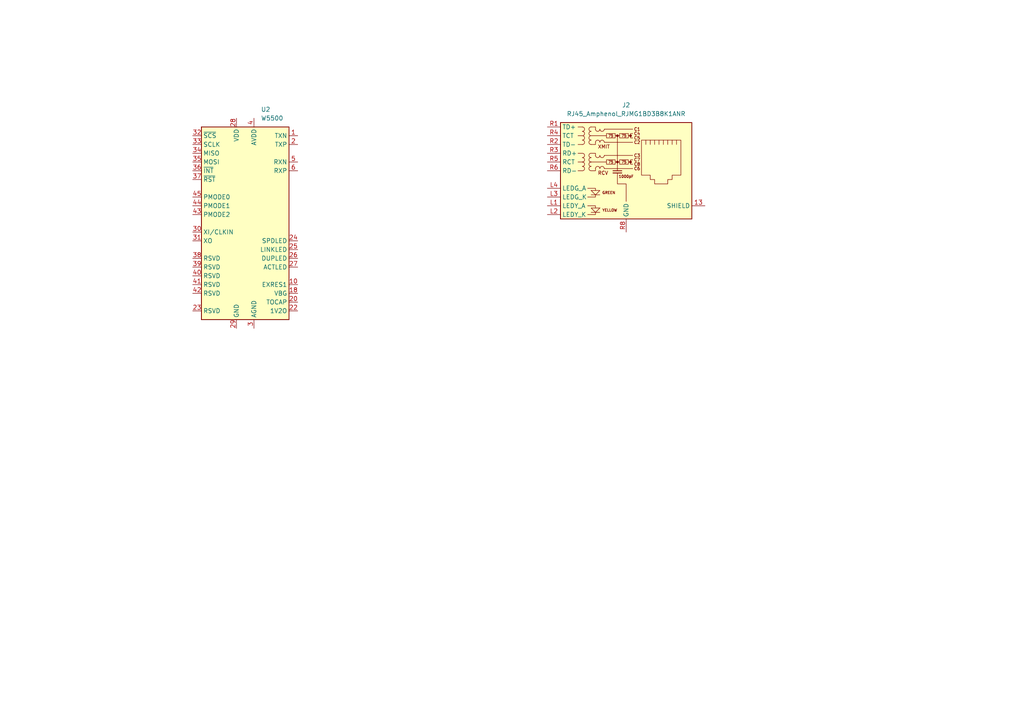
<source format=kicad_sch>
(kicad_sch (version 20211123) (generator eeschema)
  (paper "A4")
  (title_block (title "Wiznet 5500 LAN") (date "2023-03-17") (rev "01") (company "Ncip"))
  (lib_symbols
    (symbol "Connector:RJ45_Amphenol_RJMG1BD3B8K1ANR"
      (property "Reference" "J" (at 19.05 15.24 0))
      (property "Value" "RJ45_Amphenol_RJMG1BD3B8K1ANR" (at -19.05 15.24 0))
      (symbol "RJ45_Amphenol_RJMG1BD3B8K1ANR_0_0"
        (circle (center -2.54 2.54) (radius 0.254) (stroke (width 0.254)) (fill (type outline)))
        (circle (center -2.54 10.16) (radius 0.254) (stroke (width 0.254)) (fill (type outline)))
        (polyline (pts (xy -7.62 -12.065) (xy -10.16 -12.065)))
        (polyline (pts (xy -7.62 -6.985) (xy -10.16 -6.985)))
        (polyline (pts (xy -2.54 10.16) (xy -2.54 0)))
        (polyline (pts (xy -1.27 -0.635) (xy -3.81 -0.635)) (stroke (width 0.254)))
        (polyline (pts (xy -1.27 0) (xy -3.81 0)) (stroke (width 0.254)))
        (polyline (pts (xy 1.27 2.54) (xy 0.635 2.54)))
        (polyline (pts (xy 1.27 10.16) (xy 0.635 10.16)))
        (polyline (pts (xy -11.176 -12.7) (xy -8.89 -12.7) (xy -8.89 -12.065)))
        (polyline (pts (xy -11.176 -10.16) (xy -8.89 -10.16) (xy -8.89 -10.795)))
        (polyline (pts (xy -11.176 -5.08) (xy -8.89 -5.08) (xy -8.89 -5.715)))
        (polyline (pts (xy -8.89 -6.985) (xy -8.89 -7.62) (xy -11.176 -7.62)))
        (polyline (pts (xy -10.16 -5.715) (xy -7.62 -5.715) (xy -8.89 -6.985) (xy -10.16 -5.715)))
        (polyline (pts (xy -7.62 -10.795) (xy -10.16 -10.795) (xy -8.89 -12.065) (xy -7.62 -10.795)))
        (polyline (pts (xy -2.54 -0.635) (xy -2.54 -3.81) (xy 0 -3.81) (xy 0 -8.89)))
        (polyline (pts (xy 1.905 3.175) (xy 1.27 3.175) (xy 1.27 1.905) (xy 1.905 1.905)))
        (polyline (pts (xy 1.905 10.795) (xy 1.27 10.795) (xy 1.27 9.525) (xy 1.905 9.525)))
        (circle (center 1.27 2.54) (radius 0.254) (stroke (width 0.254)) (fill (type outline)))
        (circle (center 1.27 10.16) (radius 0.254) (stroke (width 0.254)) (fill (type outline)))
        (text "1000pF" (at 0 -1.651 0) (effects (font (size 0.762 0.762))))
        (text "75" (at -4.445 2.54 0) (effects (font (size 0.762 0.762))))
        (text "75" (at -4.445 10.16 0) (effects (font (size 0.762 0.762))))
        (text "75" (at -0.635 2.54 0) (effects (font (size 0.762 0.762))))
        (text "75" (at -0.635 10.16 0) (effects (font (size 0.762 0.762))))
        (text "C1" (at 3.175 12.065 0) (effects (font (size 0.889 0.889))))
        (text "C2" (at 3.175 8.255 0) (effects (font (size 0.889 0.889))))
        (text "C3" (at 3.175 4.445 0) (effects (font (size 0.889 0.889))))
        (text "C4" (at 3.175 10.795 0) (effects (font (size 0.889 0.889))))
        (text "C5" (at 3.175 9.525 0) (effects (font (size 0.889 0.889))))
        (text "C6" (at 3.175 0.635 0) (effects (font (size 0.889 0.889))))
        (text "C7" (at 3.175 3.175 0) (effects (font (size 0.889 0.889))))
        (text "C8" (at 3.175 1.905 0) (effects (font (size 0.889 0.889))))
        (text "GREEN" (at -6.985 -6.35 0) (effects (font (size 0.762 0.762)) (justify left)))
        (text "RCV" (at -8.255 -0.635 0) (effects (font (size 1.016 1.016)) (justify left)))
        (text "XMIT" (at -8.255 6.985 0) (effects (font (size 1.016 1.016)) (justify left)))
        (text "YELLOW" (at -6.985 -11.43 0) (effects (font (size 0.762 0.762)) (justify left)))
      )
      (symbol "RJ45_Amphenol_RJMG1BD3B8K1ANR_0_1"
        (rectangle (start -19.05 -13.97) (end 19.05 13.97) (stroke (width 0.254)) (fill (type background)))
        (arc (start -12.7 0) (mid -12.065 0.635) (end -12.7 1.27))
        (arc (start -12.7 1.27) (mid -12.065 1.905) (end -12.7 2.54))
        (arc (start -12.7 2.54) (mid -12.065 3.175) (end -12.7 3.81))
        (arc (start -12.7 3.81) (mid -12.065 4.445) (end -12.7 5.08))
        (arc (start -12.7 7.62) (mid -12.065 8.255) (end -12.7 8.89))
        (arc (start -12.7 8.89) (mid -12.065 9.525) (end -12.7 10.16))
        (arc (start -12.7 10.16) (mid -12.065 10.795) (end -12.7 11.43))
        (arc (start -12.7 11.43) (mid -12.065 12.065) (end -12.7 12.7))
        (arc (start -10.16 1.27) (mid -10.795 0.635) (end -10.16 0))
        (arc (start -10.16 2.54) (mid -10.795 1.905) (end -10.16 1.27))
        (arc (start -10.16 3.81) (mid -10.795 3.175) (end -10.16 2.54))
        (arc (start -10.16 5.08) (mid -10.795 4.445) (end -10.16 3.81))
        (arc (start -10.16 8.89) (mid -10.795 8.255) (end -10.16 7.62))
        (arc (start -10.16 10.16) (mid -10.795 9.525) (end -10.16 8.89))
        (arc (start -10.16 11.43) (mid -10.795 10.795) (end -10.16 10.16))
        (arc (start -10.16 12.7) (mid -10.795 12.065) (end -10.16 11.43))
        (arc (start -8.89 4.445) (mid -8.255 3.81) (end -7.62 4.445))
        (arc (start -8.89 12.065) (mid -8.255 11.43) (end -7.62 12.065))
        (arc (start -7.62 0.635) (mid -8.255 1.27) (end -8.89 0.635))
        (arc (start -7.62 4.445) (mid -6.985 3.81) (end -6.35 4.445))
        (arc (start -7.62 8.255) (mid -8.255 8.89) (end -8.89 8.255))
        (arc (start -7.62 12.065) (mid -6.985 11.43) (end -6.35 12.065))
        (arc (start -6.35 0.635) (mid -6.985 1.27) (end -7.62 0.635))
        (arc (start -6.35 8.255) (mid -6.985 8.89) (end -7.62 8.255))
        (rectangle (start -5.715 3.175) (end -3.175 1.905))
        (rectangle (start -5.715 10.795) (end -3.175 9.525))
        (rectangle (start -1.905 3.175) (end 0.635 1.905))
        (rectangle (start -1.905 10.795) (end 0.635 9.525))
        (polyline (pts (xy -12.7 0) (xy -13.97 0)))
        (polyline (pts (xy -12.7 2.54) (xy -13.97 2.54)))
        (polyline (pts (xy -12.7 5.08) (xy -13.97 5.08)))
        (polyline (pts (xy -12.7 7.62) (xy -13.97 7.62)))
        (polyline (pts (xy -12.7 10.16) (xy -13.97 10.16)))
        (polyline (pts (xy -12.7 12.7) (xy -13.97 12.7)))
        (polyline (pts (xy -6.35 0.635) (xy 1.905 0.635)))
        (polyline (pts (xy -6.35 4.445) (xy 1.905 4.445)))
        (polyline (pts (xy -6.35 8.255) (xy 1.905 8.255)))
        (polyline (pts (xy -6.35 12.065) (xy 1.905 12.065)))
        (polyline (pts (xy -5.715 2.54) (xy -10.16 2.54)))
        (polyline (pts (xy -5.715 10.16) (xy -10.16 10.16)))
        (polyline (pts (xy -3.175 2.54) (xy -1.905 2.54)))
        (polyline (pts (xy -3.175 10.16) (xy -1.905 10.16)))
        (polyline (pts (xy 5.715 7.62) (xy 5.715 8.89)))
        (polyline (pts (xy 6.985 8.89) (xy 6.985 7.62)))
        (polyline (pts (xy 8.255 8.89) (xy 8.255 7.62)))
        (polyline (pts (xy 9.525 8.89) (xy 9.525 7.62)))
        (polyline (pts (xy 10.795 8.89) (xy 10.795 7.62)))
        (polyline (pts (xy 12.065 8.89) (xy 12.065 7.62)))
        (polyline (pts (xy 13.335 7.62) (xy 13.335 8.89)))
        (polyline (pts (xy 14.605 7.62) (xy 14.605 8.89)))
        (polyline (pts (xy -10.16 5.08) (xy -8.89 5.08) (xy -8.89 4.445)))
        (polyline (pts (xy -10.16 12.7) (xy -8.89 12.7) (xy -8.89 12.065)))
        (polyline (pts (xy -8.89 0.635) (xy -8.89 0) (xy -10.16 0)))
        (polyline (pts (xy -8.89 8.255) (xy -8.89 7.62) (xy -10.16 7.62)))
        (polyline (pts (xy 4.445 8.89) (xy 15.875 8.89) (xy 15.875 -1.27) (xy 13.335 -1.27) (xy 13.335 -2.54) (xy 12.065 -2.54) (xy 12.065 -3.81) (xy 8.255 -3.81) (xy 8.255 -2.54) (xy 6.985 -2.54) (xy 6.985 -1.27) (xy 4.445 -1.27) (xy 4.445 8.89)))
      )
      (symbol "RJ45_Amphenol_RJMG1BD3B8K1ANR_1_1"
        (pin passive line (at 22.86 -10.16 180) (length 3.81) (name "SHIELD") (number "13"))
        (pin passive line (at -22.86 -10.16 0) (length 3.81) (name "LEDY_A") (number "L1"))
        (pin passive line (at -22.86 -12.7 0) (length 3.81) (name "LEDY_K") (number "L2"))
        (pin passive line (at -22.86 -7.62 0) (length 3.81) (name "LEDG_K") (number "L3"))
        (pin passive line (at -22.86 -5.08 0) (length 3.81) (name "LEDG_A") (number "L4"))
        (pin passive line (at -22.86 12.7 0) (length 3.81) (name "TD+") (number "R1"))
        (pin passive line (at -22.86 7.62 0) (length 3.81) (name "TD-") (number "R2"))
        (pin passive line (at -22.86 5.08 0) (length 3.81) (name "RD+") (number "R3"))
        (pin passive line (at -22.86 10.16 0) (length 3.81) (name "TCT") (number "R4"))
        (pin passive line (at -22.86 2.54 0) (length 3.81) (name "RCT") (number "R5"))
        (pin passive line (at -22.86 0 0) (length 3.81) (name "RD-") (number "R6"))
        (pin no_connect line (at 5.08 -5.08 0) (length 0) hide (name "NC") (number "R7"))
        (pin power_in line (at 0 -17.78 90) (length 3.81) (name "GND") (number "R8"))
      )
    )
    (symbol "Interface_Ethernet:W5500"
      (property "Reference" "U" (at -11.43 29.21 0))
      (property "Value" "W5500" (at 8.89 29.21 0))
      (symbol "W5500_0_1"
        (rectangle (start -12.7 27.94) (end 12.7 -27.94) (stroke (width 0.254)) (fill (type background)))
      )
      (symbol "W5500_1_1"
        (pin output line (at 15.24 25.4 180) (length 2.54) (name "TXN") (number "1"))
        (pin passive line (at 15.24 -17.78 180) (length 2.54) (name "EXRES1") (number "10"))
        (pin passive line (at 2.54 30.48 270) (length 2.54) hide (name "AVDD") (number "11"))
        (pin no_connect line (at 12.7 7.62 180) (length 2.54) hide (name "NC") (number "12"))
        (pin no_connect line (at 12.7 5.08 180) (length 2.54) hide (name "NC") (number "13"))
        (pin passive line (at 2.54 -30.48 90) (length 2.54) hide (name "AGND") (number "14"))
        (pin passive line (at 2.54 30.48 270) (length 2.54) hide (name "AVDD") (number "15"))
        (pin passive line (at 2.54 -30.48 90) (length 2.54) hide (name "AGND") (number "16"))
        (pin passive line (at 2.54 30.48 270) (length 2.54) hide (name "AVDD") (number "17"))
        (pin passive line (at 15.24 -20.32 180) (length 2.54) (name "VBG") (number "18"))
        (pin passive line (at 2.54 -30.48 90) (length 2.54) hide (name "AGND") (number "19"))
        (pin output line (at 15.24 22.86 180) (length 2.54) (name "TXP") (number "2"))
        (pin passive line (at 15.24 -22.86 180) (length 2.54) (name "TOCAP") (number "20"))
        (pin passive line (at 2.54 30.48 270) (length 2.54) hide (name "AVDD") (number "21"))
        (pin output line (at 15.24 -25.4 180) (length 2.54) (name "1V2O") (number "22"))
        (pin input line (at -15.24 -25.4 0) (length 2.54) (name "RSVD") (number "23"))
        (pin output line (at 15.24 -5.08 180) (length 2.54) (name "SPDLED") (number "24"))
        (pin output line (at 15.24 -7.62 180) (length 2.54) (name "LINKLED") (number "25"))
        (pin output line (at 15.24 -10.16 180) (length 2.54) (name "DUPLED") (number "26"))
        (pin output line (at 15.24 -12.7 180) (length 2.54) (name "ACTLED") (number "27"))
        (pin power_in line (at -2.54 30.48 270) (length 2.54) (name "VDD") (number "28"))
        (pin power_in line (at -2.54 -30.48 90) (length 2.54) (name "GND") (number "29"))
        (pin power_in line (at 2.54 -30.48 90) (length 2.54) (name "AGND") (number "3"))
        (pin input line (at -15.24 -2.54 0) (length 2.54) (name "XI/CLKIN") (number "30"))
        (pin output line (at -15.24 -5.08 0) (length 2.54) (name "XO") (number "31"))
        (pin input line (at -15.24 25.4 0) (length 2.54) (name "~{SCS}") (number "32"))
        (pin input line (at -15.24 22.86 0) (length 2.54) (name "SCLK") (number "33"))
        (pin output line (at -15.24 20.32 0) (length 2.54) (name "MISO") (number "34"))
        (pin input line (at -15.24 17.78 0) (length 2.54) (name "MOSI") (number "35"))
        (pin input line (at -15.24 15.24 0) (length 2.54) (name "~{INT}") (number "36"))
        (pin input line (at -15.24 12.7 0) (length 2.54) (name "~{RST}") (number "37"))
        (pin input line (at -15.24 -10.16 0) (length 2.54) (name "RSVD") (number "38"))
        (pin input line (at -15.24 -12.7 0) (length 2.54) (name "RSVD") (number "39"))
        (pin power_in line (at 2.54 30.48 270) (length 2.54) (name "AVDD") (number "4"))
        (pin input line (at -15.24 -15.24 0) (length 2.54) (name "RSVD") (number "40"))
        (pin input line (at -15.24 -17.78 0) (length 2.54) (name "RSVD") (number "41"))
        (pin input line (at -15.24 -20.32 0) (length 2.54) (name "RSVD") (number "42"))
        (pin input line (at -15.24 2.54 0) (length 2.54) (name "PMODE2") (number "43"))
        (pin input line (at -15.24 5.08 0) (length 2.54) (name "PMODE1") (number "44"))
        (pin input line (at -15.24 7.62 0) (length 2.54) (name "PMODE0") (number "45"))
        (pin no_connect line (at 12.7 2.54 180) (length 2.54) hide (name "NC") (number "46"))
        (pin no_connect line (at 12.7 0 180) (length 2.54) hide (name "NC") (number "47"))
        (pin passive line (at 2.54 -30.48 90) (length 2.54) hide (name "AGND") (number "48"))
        (pin input line (at 15.24 17.78 180) (length 2.54) (name "RXN") (number "5"))
        (pin input line (at 15.24 15.24 180) (length 2.54) (name "RXP") (number "6"))
        (pin no_connect line (at 12.7 10.16 180) (length 2.54) hide (name "DNC") (number "7"))
        (pin passive line (at 2.54 30.48 270) (length 2.54) hide (name "AVDD") (number "8"))
        (pin passive line (at 2.54 -30.48 90) (length 2.54) hide (name "AGND") (number "9"))
      )
    )
  )
  (symbol (lib_id "Connector:RJ45_Amphenol_RJMG1BD3B8K1ANR") (at 181.61 49.53 0) (unit 1)
    (property "Reference" "J2" (at 181.61 30.48 0))
    (property "Value" "RJ45_Amphenol_RJMG1BD3B8K1ANR" (at 181.61 33.02 0))
    (property "Footprint" "Connector_RJ:RJ45_Amphenol_RJMG1BD3B8K1ANR" (effects hide))
    (property "Datasheet" "https://www.amphenolcanada.com/ProductSearch/Drawings/AC/RJMG1BD3B8K1ANR.PDF" (effects hide))
  )
  (symbol (lib_id "Interface_Ethernet:W5500") (at 71.12 64.77 0) (unit 1)
    (property "Reference" "U2" (at 75.6794 31.75 0) (effects (justify left)))
    (property "Value" "W5500" (at 75.6794 34.29 0) (effects (justify left)))
    (property "Footprint" "Package_QFP:LQFP-48_7x7mm_P0.5mm" (effects hide))
    (property "Datasheet" "http://wizwiki.net/wiki/lib/exe/fetch.php/products:w5500:w5500_ds_v109e.pdf" (effects hide))
  )
)
</source>
